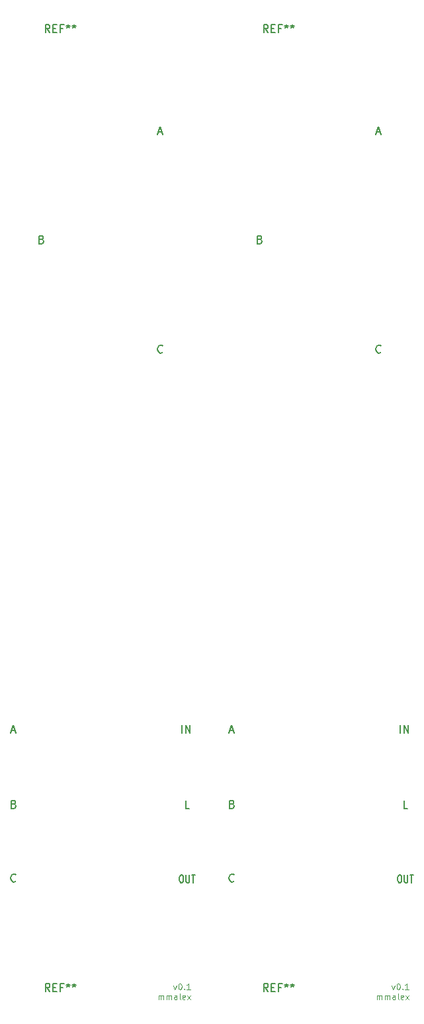
<source format=gbr>
G04 #@! TF.GenerationSoftware,KiCad,Pcbnew,(5.1.4)-1*
G04 #@! TF.CreationDate,2020-03-27T20:42:02+00:00*
G04 #@! TF.ProjectId,wagyu_front,77616779-755f-4667-926f-6e742e6b6963,rev?*
G04 #@! TF.SameCoordinates,Original*
G04 #@! TF.FileFunction,Legend,Top*
G04 #@! TF.FilePolarity,Positive*
%FSLAX46Y46*%
G04 Gerber Fmt 4.6, Leading zero omitted, Abs format (unit mm)*
G04 Created by KiCad (PCBNEW (5.1.4)-1) date 2020-03-27 20:42:02*
%MOMM*%
%LPD*%
G04 APERTURE LIST*
%ADD10C,0.101600*%
%ADD11C,0.150000*%
G04 APERTURE END LIST*
D10*
X100771960Y-151106414D02*
X100953388Y-151614414D01*
X101134817Y-151106414D01*
X101570245Y-150852414D02*
X101642817Y-150852414D01*
X101715388Y-150888700D01*
X101751674Y-150924985D01*
X101787960Y-150997557D01*
X101824245Y-151142700D01*
X101824245Y-151324128D01*
X101787960Y-151469271D01*
X101751674Y-151541842D01*
X101715388Y-151578128D01*
X101642817Y-151614414D01*
X101570245Y-151614414D01*
X101497674Y-151578128D01*
X101461388Y-151541842D01*
X101425102Y-151469271D01*
X101388817Y-151324128D01*
X101388817Y-151142700D01*
X101425102Y-150997557D01*
X101461388Y-150924985D01*
X101497674Y-150888700D01*
X101570245Y-150852414D01*
X102150817Y-151541842D02*
X102187102Y-151578128D01*
X102150817Y-151614414D01*
X102114531Y-151578128D01*
X102150817Y-151541842D01*
X102150817Y-151614414D01*
X102912817Y-151614414D02*
X102477388Y-151614414D01*
X102695102Y-151614414D02*
X102695102Y-150852414D01*
X102622531Y-150961271D01*
X102549960Y-151033842D01*
X102477388Y-151070128D01*
X98848817Y-152859014D02*
X98848817Y-152351014D01*
X98848817Y-152423585D02*
X98885102Y-152387300D01*
X98957674Y-152351014D01*
X99066531Y-152351014D01*
X99139102Y-152387300D01*
X99175388Y-152459871D01*
X99175388Y-152859014D01*
X99175388Y-152459871D02*
X99211674Y-152387300D01*
X99284245Y-152351014D01*
X99393102Y-152351014D01*
X99465674Y-152387300D01*
X99501960Y-152459871D01*
X99501960Y-152859014D01*
X99864817Y-152859014D02*
X99864817Y-152351014D01*
X99864817Y-152423585D02*
X99901102Y-152387300D01*
X99973674Y-152351014D01*
X100082531Y-152351014D01*
X100155102Y-152387300D01*
X100191388Y-152459871D01*
X100191388Y-152859014D01*
X100191388Y-152459871D02*
X100227674Y-152387300D01*
X100300245Y-152351014D01*
X100409102Y-152351014D01*
X100481674Y-152387300D01*
X100517960Y-152459871D01*
X100517960Y-152859014D01*
X101207388Y-152859014D02*
X101207388Y-152459871D01*
X101171102Y-152387300D01*
X101098531Y-152351014D01*
X100953388Y-152351014D01*
X100880817Y-152387300D01*
X101207388Y-152822728D02*
X101134817Y-152859014D01*
X100953388Y-152859014D01*
X100880817Y-152822728D01*
X100844531Y-152750157D01*
X100844531Y-152677585D01*
X100880817Y-152605014D01*
X100953388Y-152568728D01*
X101134817Y-152568728D01*
X101207388Y-152532442D01*
X101679102Y-152859014D02*
X101606531Y-152822728D01*
X101570245Y-152750157D01*
X101570245Y-152097014D01*
X102259674Y-152822728D02*
X102187102Y-152859014D01*
X102041960Y-152859014D01*
X101969388Y-152822728D01*
X101933102Y-152750157D01*
X101933102Y-152459871D01*
X101969388Y-152387300D01*
X102041960Y-152351014D01*
X102187102Y-152351014D01*
X102259674Y-152387300D01*
X102295960Y-152459871D01*
X102295960Y-152532442D01*
X101933102Y-152605014D01*
X102549960Y-152859014D02*
X102949102Y-152351014D01*
X102549960Y-152351014D02*
X102949102Y-152859014D01*
D11*
X80573523Y-137771142D02*
X80525904Y-137818761D01*
X80383047Y-137866380D01*
X80287809Y-137866380D01*
X80144952Y-137818761D01*
X80049714Y-137723523D01*
X80002095Y-137628285D01*
X79954476Y-137437809D01*
X79954476Y-137294952D01*
X80002095Y-137104476D01*
X80049714Y-137009238D01*
X80144952Y-136914000D01*
X80287809Y-136866380D01*
X80383047Y-136866380D01*
X80525904Y-136914000D01*
X80573523Y-136961619D01*
X101717600Y-136993380D02*
X101864533Y-136993380D01*
X101938000Y-137041000D01*
X102011466Y-137136238D01*
X102048200Y-137326714D01*
X102048200Y-137660047D01*
X102011466Y-137850523D01*
X101938000Y-137945761D01*
X101864533Y-137993380D01*
X101717600Y-137993380D01*
X101644133Y-137945761D01*
X101570666Y-137850523D01*
X101533933Y-137660047D01*
X101533933Y-137326714D01*
X101570666Y-137136238D01*
X101644133Y-137041000D01*
X101717600Y-136993380D01*
X102378800Y-136993380D02*
X102378800Y-137802904D01*
X102415533Y-137898142D01*
X102452266Y-137945761D01*
X102525733Y-137993380D01*
X102672666Y-137993380D01*
X102746133Y-137945761D01*
X102782866Y-137898142D01*
X102819600Y-137802904D01*
X102819600Y-136993380D01*
X103076733Y-136993380D02*
X103517533Y-136993380D01*
X103297133Y-137993380D02*
X103297133Y-136993380D01*
X80335428Y-127944571D02*
X80478285Y-127992190D01*
X80525904Y-128039809D01*
X80573523Y-128135047D01*
X80573523Y-128277904D01*
X80525904Y-128373142D01*
X80478285Y-128420761D01*
X80383047Y-128468380D01*
X80002095Y-128468380D01*
X80002095Y-127468380D01*
X80335428Y-127468380D01*
X80430666Y-127516000D01*
X80478285Y-127563619D01*
X80525904Y-127658857D01*
X80525904Y-127754095D01*
X80478285Y-127849333D01*
X80430666Y-127896952D01*
X80335428Y-127944571D01*
X80002095Y-127944571D01*
X98821904Y-42076666D02*
X99298095Y-42076666D01*
X98726666Y-42362380D02*
X99060000Y-41362380D01*
X99393333Y-42362380D01*
X83891428Y-55808571D02*
X84034285Y-55856190D01*
X84081904Y-55903809D01*
X84129523Y-55999047D01*
X84129523Y-56141904D01*
X84081904Y-56237142D01*
X84034285Y-56284761D01*
X83939047Y-56332380D01*
X83558095Y-56332380D01*
X83558095Y-55332380D01*
X83891428Y-55332380D01*
X83986666Y-55380000D01*
X84034285Y-55427619D01*
X84081904Y-55522857D01*
X84081904Y-55618095D01*
X84034285Y-55713333D01*
X83986666Y-55760952D01*
X83891428Y-55808571D01*
X83558095Y-55808571D01*
X80025904Y-118530666D02*
X80502095Y-118530666D01*
X79930666Y-118816380D02*
X80264000Y-117816380D01*
X80597333Y-118816380D01*
X101838190Y-118816380D02*
X101838190Y-117816380D01*
X102314380Y-118816380D02*
X102314380Y-117816380D01*
X102885809Y-118816380D01*
X102885809Y-117816380D01*
X102798523Y-128468380D02*
X102322333Y-128468380D01*
X102322333Y-127468380D01*
X99369523Y-70207142D02*
X99321904Y-70254761D01*
X99179047Y-70302380D01*
X99083809Y-70302380D01*
X98940952Y-70254761D01*
X98845714Y-70159523D01*
X98798095Y-70064285D01*
X98750476Y-69873809D01*
X98750476Y-69730952D01*
X98798095Y-69540476D01*
X98845714Y-69445238D01*
X98940952Y-69350000D01*
X99083809Y-69302380D01*
X99179047Y-69302380D01*
X99321904Y-69350000D01*
X99369523Y-69397619D01*
X73777600Y-136993380D02*
X73924533Y-136993380D01*
X73998000Y-137041000D01*
X74071466Y-137136238D01*
X74108200Y-137326714D01*
X74108200Y-137660047D01*
X74071466Y-137850523D01*
X73998000Y-137945761D01*
X73924533Y-137993380D01*
X73777600Y-137993380D01*
X73704133Y-137945761D01*
X73630666Y-137850523D01*
X73593933Y-137660047D01*
X73593933Y-137326714D01*
X73630666Y-137136238D01*
X73704133Y-137041000D01*
X73777600Y-136993380D01*
X74438800Y-136993380D02*
X74438800Y-137802904D01*
X74475533Y-137898142D01*
X74512266Y-137945761D01*
X74585733Y-137993380D01*
X74732666Y-137993380D01*
X74806133Y-137945761D01*
X74842866Y-137898142D01*
X74879600Y-137802904D01*
X74879600Y-136993380D01*
X75136733Y-136993380D02*
X75577533Y-136993380D01*
X75357133Y-137993380D02*
X75357133Y-136993380D01*
X74858523Y-128468380D02*
X74382333Y-128468380D01*
X74382333Y-127468380D01*
X73898190Y-118816380D02*
X73898190Y-117816380D01*
X74374380Y-118816380D02*
X74374380Y-117816380D01*
X74945809Y-118816380D01*
X74945809Y-117816380D01*
X52633523Y-137771142D02*
X52585904Y-137818761D01*
X52443047Y-137866380D01*
X52347809Y-137866380D01*
X52204952Y-137818761D01*
X52109714Y-137723523D01*
X52062095Y-137628285D01*
X52014476Y-137437809D01*
X52014476Y-137294952D01*
X52062095Y-137104476D01*
X52109714Y-137009238D01*
X52204952Y-136914000D01*
X52347809Y-136866380D01*
X52443047Y-136866380D01*
X52585904Y-136914000D01*
X52633523Y-136961619D01*
X52395428Y-127944571D02*
X52538285Y-127992190D01*
X52585904Y-128039809D01*
X52633523Y-128135047D01*
X52633523Y-128277904D01*
X52585904Y-128373142D01*
X52538285Y-128420761D01*
X52443047Y-128468380D01*
X52062095Y-128468380D01*
X52062095Y-127468380D01*
X52395428Y-127468380D01*
X52490666Y-127516000D01*
X52538285Y-127563619D01*
X52585904Y-127658857D01*
X52585904Y-127754095D01*
X52538285Y-127849333D01*
X52490666Y-127896952D01*
X52395428Y-127944571D01*
X52062095Y-127944571D01*
X52085904Y-118530666D02*
X52562095Y-118530666D01*
X51990666Y-118816380D02*
X52324000Y-117816380D01*
X52657333Y-118816380D01*
X71429523Y-70207142D02*
X71381904Y-70254761D01*
X71239047Y-70302380D01*
X71143809Y-70302380D01*
X71000952Y-70254761D01*
X70905714Y-70159523D01*
X70858095Y-70064285D01*
X70810476Y-69873809D01*
X70810476Y-69730952D01*
X70858095Y-69540476D01*
X70905714Y-69445238D01*
X71000952Y-69350000D01*
X71143809Y-69302380D01*
X71239047Y-69302380D01*
X71381904Y-69350000D01*
X71429523Y-69397619D01*
X55951428Y-55808571D02*
X56094285Y-55856190D01*
X56141904Y-55903809D01*
X56189523Y-55999047D01*
X56189523Y-56141904D01*
X56141904Y-56237142D01*
X56094285Y-56284761D01*
X55999047Y-56332380D01*
X55618095Y-56332380D01*
X55618095Y-55332380D01*
X55951428Y-55332380D01*
X56046666Y-55380000D01*
X56094285Y-55427619D01*
X56141904Y-55522857D01*
X56141904Y-55618095D01*
X56094285Y-55713333D01*
X56046666Y-55760952D01*
X55951428Y-55808571D01*
X55618095Y-55808571D01*
X70881904Y-42076666D02*
X71358095Y-42076666D01*
X70786666Y-42362380D02*
X71120000Y-41362380D01*
X71453333Y-42362380D01*
D10*
X72831960Y-151106414D02*
X73013388Y-151614414D01*
X73194817Y-151106414D01*
X73630245Y-150852414D02*
X73702817Y-150852414D01*
X73775388Y-150888700D01*
X73811674Y-150924985D01*
X73847960Y-150997557D01*
X73884245Y-151142700D01*
X73884245Y-151324128D01*
X73847960Y-151469271D01*
X73811674Y-151541842D01*
X73775388Y-151578128D01*
X73702817Y-151614414D01*
X73630245Y-151614414D01*
X73557674Y-151578128D01*
X73521388Y-151541842D01*
X73485102Y-151469271D01*
X73448817Y-151324128D01*
X73448817Y-151142700D01*
X73485102Y-150997557D01*
X73521388Y-150924985D01*
X73557674Y-150888700D01*
X73630245Y-150852414D01*
X74210817Y-151541842D02*
X74247102Y-151578128D01*
X74210817Y-151614414D01*
X74174531Y-151578128D01*
X74210817Y-151541842D01*
X74210817Y-151614414D01*
X74972817Y-151614414D02*
X74537388Y-151614414D01*
X74755102Y-151614414D02*
X74755102Y-150852414D01*
X74682531Y-150961271D01*
X74609960Y-151033842D01*
X74537388Y-151070128D01*
X70908817Y-152859014D02*
X70908817Y-152351014D01*
X70908817Y-152423585D02*
X70945102Y-152387300D01*
X71017674Y-152351014D01*
X71126531Y-152351014D01*
X71199102Y-152387300D01*
X71235388Y-152459871D01*
X71235388Y-152859014D01*
X71235388Y-152459871D02*
X71271674Y-152387300D01*
X71344245Y-152351014D01*
X71453102Y-152351014D01*
X71525674Y-152387300D01*
X71561960Y-152459871D01*
X71561960Y-152859014D01*
X71924817Y-152859014D02*
X71924817Y-152351014D01*
X71924817Y-152423585D02*
X71961102Y-152387300D01*
X72033674Y-152351014D01*
X72142531Y-152351014D01*
X72215102Y-152387300D01*
X72251388Y-152459871D01*
X72251388Y-152859014D01*
X72251388Y-152459871D02*
X72287674Y-152387300D01*
X72360245Y-152351014D01*
X72469102Y-152351014D01*
X72541674Y-152387300D01*
X72577960Y-152459871D01*
X72577960Y-152859014D01*
X73267388Y-152859014D02*
X73267388Y-152459871D01*
X73231102Y-152387300D01*
X73158531Y-152351014D01*
X73013388Y-152351014D01*
X72940817Y-152387300D01*
X73267388Y-152822728D02*
X73194817Y-152859014D01*
X73013388Y-152859014D01*
X72940817Y-152822728D01*
X72904531Y-152750157D01*
X72904531Y-152677585D01*
X72940817Y-152605014D01*
X73013388Y-152568728D01*
X73194817Y-152568728D01*
X73267388Y-152532442D01*
X73739102Y-152859014D02*
X73666531Y-152822728D01*
X73630245Y-152750157D01*
X73630245Y-152097014D01*
X74319674Y-152822728D02*
X74247102Y-152859014D01*
X74101960Y-152859014D01*
X74029388Y-152822728D01*
X73993102Y-152750157D01*
X73993102Y-152459871D01*
X74029388Y-152387300D01*
X74101960Y-152351014D01*
X74247102Y-152351014D01*
X74319674Y-152387300D01*
X74355960Y-152459871D01*
X74355960Y-152532442D01*
X73993102Y-152605014D01*
X74609960Y-152859014D02*
X75009102Y-152351014D01*
X74609960Y-152351014D02*
X75009102Y-152859014D01*
D11*
X84946666Y-29352380D02*
X84613333Y-28876190D01*
X84375238Y-29352380D02*
X84375238Y-28352380D01*
X84756190Y-28352380D01*
X84851428Y-28400000D01*
X84899047Y-28447619D01*
X84946666Y-28542857D01*
X84946666Y-28685714D01*
X84899047Y-28780952D01*
X84851428Y-28828571D01*
X84756190Y-28876190D01*
X84375238Y-28876190D01*
X85375238Y-28828571D02*
X85708571Y-28828571D01*
X85851428Y-29352380D02*
X85375238Y-29352380D01*
X85375238Y-28352380D01*
X85851428Y-28352380D01*
X86613333Y-28828571D02*
X86280000Y-28828571D01*
X86280000Y-29352380D02*
X86280000Y-28352380D01*
X86756190Y-28352380D01*
X87280000Y-28352380D02*
X87280000Y-28590476D01*
X87041904Y-28495238D02*
X87280000Y-28590476D01*
X87518095Y-28495238D01*
X87137142Y-28780952D02*
X87280000Y-28590476D01*
X87422857Y-28780952D01*
X88041904Y-28352380D02*
X88041904Y-28590476D01*
X87803809Y-28495238D02*
X88041904Y-28590476D01*
X88280000Y-28495238D01*
X87899047Y-28780952D02*
X88041904Y-28590476D01*
X88184761Y-28780952D01*
X84946666Y-151852380D02*
X84613333Y-151376190D01*
X84375238Y-151852380D02*
X84375238Y-150852380D01*
X84756190Y-150852380D01*
X84851428Y-150900000D01*
X84899047Y-150947619D01*
X84946666Y-151042857D01*
X84946666Y-151185714D01*
X84899047Y-151280952D01*
X84851428Y-151328571D01*
X84756190Y-151376190D01*
X84375238Y-151376190D01*
X85375238Y-151328571D02*
X85708571Y-151328571D01*
X85851428Y-151852380D02*
X85375238Y-151852380D01*
X85375238Y-150852380D01*
X85851428Y-150852380D01*
X86613333Y-151328571D02*
X86280000Y-151328571D01*
X86280000Y-151852380D02*
X86280000Y-150852380D01*
X86756190Y-150852380D01*
X87280000Y-150852380D02*
X87280000Y-151090476D01*
X87041904Y-150995238D02*
X87280000Y-151090476D01*
X87518095Y-150995238D01*
X87137142Y-151280952D02*
X87280000Y-151090476D01*
X87422857Y-151280952D01*
X88041904Y-150852380D02*
X88041904Y-151090476D01*
X87803809Y-150995238D02*
X88041904Y-151090476D01*
X88280000Y-150995238D01*
X87899047Y-151280952D02*
X88041904Y-151090476D01*
X88184761Y-151280952D01*
X57006666Y-151852380D02*
X56673333Y-151376190D01*
X56435238Y-151852380D02*
X56435238Y-150852380D01*
X56816190Y-150852380D01*
X56911428Y-150900000D01*
X56959047Y-150947619D01*
X57006666Y-151042857D01*
X57006666Y-151185714D01*
X56959047Y-151280952D01*
X56911428Y-151328571D01*
X56816190Y-151376190D01*
X56435238Y-151376190D01*
X57435238Y-151328571D02*
X57768571Y-151328571D01*
X57911428Y-151852380D02*
X57435238Y-151852380D01*
X57435238Y-150852380D01*
X57911428Y-150852380D01*
X58673333Y-151328571D02*
X58340000Y-151328571D01*
X58340000Y-151852380D02*
X58340000Y-150852380D01*
X58816190Y-150852380D01*
X59340000Y-150852380D02*
X59340000Y-151090476D01*
X59101904Y-150995238D02*
X59340000Y-151090476D01*
X59578095Y-150995238D01*
X59197142Y-151280952D02*
X59340000Y-151090476D01*
X59482857Y-151280952D01*
X60101904Y-150852380D02*
X60101904Y-151090476D01*
X59863809Y-150995238D02*
X60101904Y-151090476D01*
X60340000Y-150995238D01*
X59959047Y-151280952D02*
X60101904Y-151090476D01*
X60244761Y-151280952D01*
X57006666Y-29352380D02*
X56673333Y-28876190D01*
X56435238Y-29352380D02*
X56435238Y-28352380D01*
X56816190Y-28352380D01*
X56911428Y-28400000D01*
X56959047Y-28447619D01*
X57006666Y-28542857D01*
X57006666Y-28685714D01*
X56959047Y-28780952D01*
X56911428Y-28828571D01*
X56816190Y-28876190D01*
X56435238Y-28876190D01*
X57435238Y-28828571D02*
X57768571Y-28828571D01*
X57911428Y-29352380D02*
X57435238Y-29352380D01*
X57435238Y-28352380D01*
X57911428Y-28352380D01*
X58673333Y-28828571D02*
X58340000Y-28828571D01*
X58340000Y-29352380D02*
X58340000Y-28352380D01*
X58816190Y-28352380D01*
X59340000Y-28352380D02*
X59340000Y-28590476D01*
X59101904Y-28495238D02*
X59340000Y-28590476D01*
X59578095Y-28495238D01*
X59197142Y-28780952D02*
X59340000Y-28590476D01*
X59482857Y-28780952D01*
X60101904Y-28352380D02*
X60101904Y-28590476D01*
X59863809Y-28495238D02*
X60101904Y-28590476D01*
X60340000Y-28495238D01*
X59959047Y-28780952D02*
X60101904Y-28590476D01*
X60244761Y-28780952D01*
M02*

</source>
